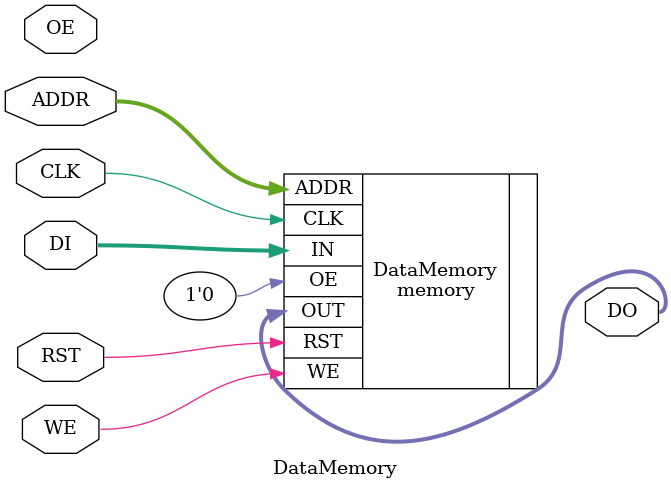
<source format=v>
module DataMemory(DO, DI, ADDR, OE, WE, RST, CLK);
    
parameter DATAWIDTH = 16;
parameter ADDRBUS   = 20;

output reg [DATAWIDTH - 1: 0] DO;

input wire [DATAWIDTH - 1: 0] DI;
input wire [ADDRBUS   - 1: 0] ADDR;
input wire OE, WE, CLK, RST;
    
memory #(.DATAWIDTH(DATAWIDTH), .ADDRBUS(ADDRBUS)) DataMemory(
    .OUT(DO), .IN(DI),
     .ADDR(ADDR), .OE(1'b0),
      .WE(WE), .RST(RST),
       .CLK(CLK));
endmodule
</source>
